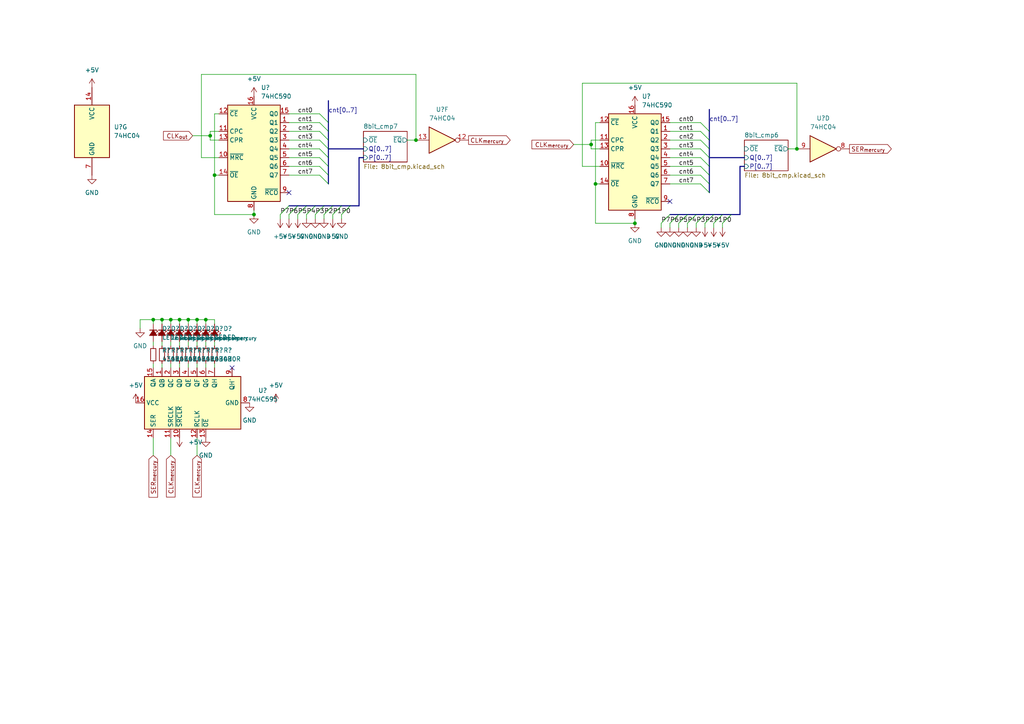
<source format=kicad_sch>
(kicad_sch (version 20230121) (generator eeschema)
  (paper "A4")
  (lib_symbols
    (symbol "74xx:74HC04"
      (property "Reference" "U" (at 0 1.27 0))
      (property "Value" "74HC04" (at 0 -1.27 0))
      (symbol "74HC04_1_0"
        (polyline (pts (xy -3.81 3.81) (xy -3.81 -3.81) (xy 3.81 0) (xy -3.81 3.81)) (stroke (width 0.254)) (fill (type background)))
        (pin input line (at -7.62 0 0) (length 3.81) (name "~") (number "1"))
        (pin output inverted (at 7.62 0 180) (length 3.81) (name "~") (number "2"))
      )
      (symbol "74HC04_2_0"
        (polyline (pts (xy -3.81 3.81) (xy -3.81 -3.81) (xy 3.81 0) (xy -3.81 3.81)) (stroke (width 0.254)) (fill (type background)))
        (pin input line (at -7.62 0 0) (length 3.81) (name "~") (number "3"))
        (pin output inverted (at 7.62 0 180) (length 3.81) (name "~") (number "4"))
      )
      (symbol "74HC04_3_0"
        (polyline (pts (xy -3.81 3.81) (xy -3.81 -3.81) (xy 3.81 0) (xy -3.81 3.81)) (stroke (width 0.254)) (fill (type background)))
        (pin input line (at -7.62 0 0) (length 3.81) (name "~") (number "5"))
        (pin output inverted (at 7.62 0 180) (length 3.81) (name "~") (number "6"))
      )
      (symbol "74HC04_4_0"
        (polyline (pts (xy -3.81 3.81) (xy -3.81 -3.81) (xy 3.81 0) (xy -3.81 3.81)) (stroke (width 0.254)) (fill (type background)))
        (pin output inverted (at 7.62 0 180) (length 3.81) (name "~") (number "8"))
        (pin input line (at -7.62 0 0) (length 3.81) (name "~") (number "9"))
      )
      (symbol "74HC04_5_0"
        (polyline (pts (xy -3.81 3.81) (xy -3.81 -3.81) (xy 3.81 0) (xy -3.81 3.81)) (stroke (width 0.254)) (fill (type background)))
        (pin output inverted (at 7.62 0 180) (length 3.81) (name "~") (number "10"))
        (pin input line (at -7.62 0 0) (length 3.81) (name "~") (number "11"))
      )
      (symbol "74HC04_6_0"
        (polyline (pts (xy -3.81 3.81) (xy -3.81 -3.81) (xy 3.81 0) (xy -3.81 3.81)) (stroke (width 0.254)) (fill (type background)))
        (pin output inverted (at 7.62 0 180) (length 3.81) (name "~") (number "12"))
        (pin input line (at -7.62 0 0) (length 3.81) (name "~") (number "13"))
      )
      (symbol "74HC04_7_0"
        (pin power_in line (at 0 12.7 270) (length 5.08) (name "VCC") (number "14"))
        (pin power_in line (at 0 -12.7 90) (length 5.08) (name "GND") (number "7"))
      )
      (symbol "74HC04_7_1"
        (rectangle (start -5.08 7.62) (end 5.08 -7.62) (stroke (width 0.254)) (fill (type background)))
      )
    )
    (symbol "74xx:74HC590"
      (property "Reference" "U" (at -7.62 16.51 0))
      (property "Value" "74HC590" (at -7.62 -13.97 0))
      (symbol "74HC590_1_0"
        (pin tri_state line (at 10.16 10.16 180) (length 2.54) (name "Q1") (number "1"))
        (pin input line (at -10.16 0 0) (length 2.54) (name "~{MRC}") (number "10"))
        (pin input line (at -10.16 7.62 0) (length 2.54) (name "CPC") (number "11"))
        (pin input line (at -10.16 12.7 0) (length 2.54) (name "~{CE}") (number "12"))
        (pin input line (at -10.16 5.08 0) (length 2.54) (name "CPR") (number "13"))
        (pin input line (at -10.16 -5.08 0) (length 2.54) (name "~{OE}") (number "14"))
        (pin tri_state line (at 10.16 12.7 180) (length 2.54) (name "Q0") (number "15"))
        (pin power_in line (at 0 17.78 270) (length 2.54) (name "VCC") (number "16"))
        (pin tri_state line (at 10.16 7.62 180) (length 2.54) (name "Q2") (number "2"))
        (pin tri_state line (at 10.16 5.08 180) (length 2.54) (name "Q3") (number "3"))
        (pin tri_state line (at 10.16 2.54 180) (length 2.54) (name "Q4") (number "4"))
        (pin tri_state line (at 10.16 0 180) (length 2.54) (name "Q5") (number "5"))
        (pin tri_state line (at 10.16 -2.54 180) (length 2.54) (name "Q6") (number "6"))
        (pin tri_state line (at 10.16 -5.08 180) (length 2.54) (name "Q7") (number "7"))
        (pin power_in line (at 0 -15.24 90) (length 2.54) (name "GND") (number "8"))
        (pin output line (at 10.16 -10.16 180) (length 2.54) (name "~{RCO}") (number "9"))
      )
      (symbol "74HC590_1_1"
        (rectangle (start -7.62 15.24) (end 7.62 -12.7) (stroke (width 0.254)) (fill (type background)))
      )
    )
    (symbol "74xx:74HC595"
      (property "Reference" "U" (at -7.62 13.97 0))
      (property "Value" "74HC595" (at -7.62 -16.51 0))
      (symbol "74HC595_1_0"
        (pin tri_state line (at 10.16 7.62 180) (length 2.54) (name "QB") (number "1"))
        (pin input line (at -10.16 2.54 0) (length 2.54) (name "~{SRCLR}") (number "10"))
        (pin input line (at -10.16 5.08 0) (length 2.54) (name "SRCLK") (number "11"))
        (pin input line (at -10.16 -2.54 0) (length 2.54) (name "RCLK") (number "12"))
        (pin input line (at -10.16 -5.08 0) (length 2.54) (name "~{OE}") (number "13"))
        (pin input line (at -10.16 10.16 0) (length 2.54) (name "SER") (number "14"))
        (pin tri_state line (at 10.16 10.16 180) (length 2.54) (name "QA") (number "15"))
        (pin power_in line (at 0 15.24 270) (length 2.54) (name "VCC") (number "16"))
        (pin tri_state line (at 10.16 5.08 180) (length 2.54) (name "QC") (number "2"))
        (pin tri_state line (at 10.16 2.54 180) (length 2.54) (name "QD") (number "3"))
        (pin tri_state line (at 10.16 0 180) (length 2.54) (name "QE") (number "4"))
        (pin tri_state line (at 10.16 -2.54 180) (length 2.54) (name "QF") (number "5"))
        (pin tri_state line (at 10.16 -5.08 180) (length 2.54) (name "QG") (number "6"))
        (pin tri_state line (at 10.16 -7.62 180) (length 2.54) (name "QH") (number "7"))
        (pin power_in line (at 0 -17.78 90) (length 2.54) (name "GND") (number "8"))
        (pin output line (at 10.16 -12.7 180) (length 2.54) (name "QH'") (number "9"))
      )
      (symbol "74HC595_1_1"
        (rectangle (start -7.62 12.7) (end 7.62 -15.24) (stroke (width 0.254)) (fill (type background)))
      )
    )
    (symbol "Device:LED_Small_Filled" (pin_numbers hide) (pin_names (offset 0.254) hide)
      (property "Reference" "D" (at -1.27 3.175 0))
      (property "Value" "LED_Small_Filled" (at -4.445 -2.54 0))
      (symbol "LED_Small_Filled_0_1"
        (polyline (pts (xy -0.762 -1.016) (xy -0.762 1.016)) (stroke (width 0.254)))
        (polyline (pts (xy 1.016 0) (xy -0.762 0)))
        (polyline (pts (xy 0.762 -1.016) (xy -0.762 0) (xy 0.762 1.016) (xy 0.762 -1.016)) (stroke (width 0.254)) (fill (type outline)))
        (polyline (pts (xy 0 0.762) (xy -0.508 1.27) (xy -0.254 1.27) (xy -0.508 1.27) (xy -0.508 1.016)))
        (polyline (pts (xy 0.508 1.27) (xy 0 1.778) (xy 0.254 1.778) (xy 0 1.778) (xy 0 1.524)))
      )
      (symbol "LED_Small_Filled_1_1"
        (pin passive line (at -2.54 0 0) (length 1.778) (name "K") (number "1"))
        (pin passive line (at 2.54 0 180) (length 1.778) (name "A") (number "2"))
      )
    )
    (symbol "Device:R_Small" (pin_numbers hide) (pin_names (offset 0.254) hide)
      (property "Reference" "R" (at 0.762 0.508 0))
      (property "Value" "R_Small" (at 0.762 -1.016 0))
      (symbol "R_Small_0_1"
        (rectangle (start -0.762 1.778) (end 0.762 -1.778) (stroke (width 0.2032)))
      )
      (symbol "R_Small_1_1"
        (pin passive line (at 0 2.54 270) (length 0.762) (name "~") (number "1"))
        (pin passive line (at 0 -2.54 90) (length 0.762) (name "~") (number "2"))
      )
    )
    (symbol "power:+5V" (power) (pin_names (offset 0))
      (property "Value" "+5V" (at 0 3.556 0))
      (symbol "+5V_0_1"
        (polyline (pts (xy -0.762 1.27) (xy 0 2.54)))
        (polyline (pts (xy 0 0) (xy 0 2.54)))
        (polyline (pts (xy 0 2.54) (xy 0.762 1.27)))
      )
      (symbol "+5V_1_1"
        (pin power_in line (at 0 0 90) (length 0) hide (name "+5V") (number "1"))
      )
    )
    (symbol "power:GND" (power) (pin_names (offset 0))
      (property "Value" "GND" (at 0 -3.81 0))
      (symbol "GND_0_1"
        (polyline (pts (xy 0 0) (xy 0 -1.27) (xy 1.27 -1.27) (xy 0 -2.54) (xy -1.27 -1.27) (xy 0 -1.27)))
      )
      (symbol "GND_1_1"
        (pin power_in line (at 0 0 270) (length 0) hide (name "GND") (number "1"))
      )
    )
  )
  (junction (at 49.53 92.71))
  (junction (at 59.69 92.71))
  (junction (at 120.65 40.64))
  (junction (at 60.96 39.37))
  (junction (at 172.72 53.34))
  (junction (at 52.07 92.71))
  (junction (at 46.99 92.71))
  (junction (at 44.45 92.71))
  (junction (at 231.14 43.18))
  (junction (at 62.23 50.8))
  (junction (at 54.61 92.71))
  (junction (at 171.45 41.91))
  (junction (at 57.15 92.71))
  (junction (at 184.15 64.77))
  (junction (at 73.66 62.23))
  (no_connect (at 67.31 106.68))
  (no_connect (at 83.82 55.88))
  (no_connect (at 194.31 58.42))
  (bus_entry (at 199.39 62.23) (size -2.54 2.54))
  (bus_entry (at 204.47 62.23) (size -2.54 2.54))
  (bus_entry (at 203.2 45.72) (size 2.54 2.54))
  (bus_entry (at 96.52 59.69) (size -2.54 2.54))
  (bus_entry (at 201.93 62.23) (size -2.54 2.54))
  (bus_entry (at 92.71 35.56) (size 2.54 2.54))
  (bus_entry (at 93.98 59.69) (size -2.54 2.54))
  (bus_entry (at 209.55 62.23) (size -2.54 2.54))
  (bus_entry (at 203.2 35.56) (size 2.54 2.54))
  (bus_entry (at 91.44 59.69) (size -2.54 2.54))
  (bus_entry (at 92.71 40.64) (size 2.54 2.54))
  (bus_entry (at 92.71 43.18) (size 2.54 2.54))
  (bus_entry (at 99.06 59.69) (size -2.54 2.54))
  (bus_entry (at 101.6 59.69) (size -2.54 2.54))
  (bus_entry (at 194.31 62.23) (size -2.54 2.54))
  (bus_entry (at 86.36 59.69) (size -2.54 2.54))
  (bus_entry (at 203.2 53.34) (size 2.54 2.54))
  (bus_entry (at 207.01 62.23) (size -2.54 2.54))
  (bus_entry (at 92.71 50.8) (size 2.54 2.54))
  (bus_entry (at 88.9 59.69) (size -2.54 2.54))
  (bus_entry (at 92.71 33.02) (size 2.54 2.54))
  (bus_entry (at 196.85 62.23) (size -2.54 2.54))
  (bus_entry (at 83.82 59.69) (size -2.54 2.54))
  (bus_entry (at 203.2 40.64) (size 2.54 2.54))
  (bus_entry (at 92.71 38.1) (size 2.54 2.54))
  (bus_entry (at 92.71 48.26) (size 2.54 2.54))
  (bus_entry (at 203.2 48.26) (size 2.54 2.54))
  (bus_entry (at 212.09 62.23) (size -2.54 2.54))
  (bus_entry (at 203.2 43.18) (size 2.54 2.54))
  (bus_entry (at 203.2 38.1) (size 2.54 2.54))
  (bus_entry (at 92.71 45.72) (size 2.54 2.54))
  (bus_entry (at 203.2 50.8) (size 2.54 2.54))
  (wire (pts (xy 83.82 40.64) (xy 92.71 40.64)))
  (wire (pts (xy 44.45 105.41) (xy 44.45 106.68)))
  (wire (pts (xy 83.82 35.56) (xy 92.71 35.56)))
  (wire (pts (xy 52.07 92.71) (xy 52.07 93.98)))
  (wire (pts (xy 83.82 62.23) (xy 83.82 63.5)))
  (wire (pts (xy 231.14 24.13) (xy 168.91 24.13)))
  (wire (pts (xy 60.96 39.37) (xy 60.96 38.1)))
  (wire (pts (xy 54.61 92.71) (xy 57.15 92.71)))
  (wire (pts (xy 171.45 43.18) (xy 171.45 41.91)))
  (wire (pts (xy 194.31 35.56) (xy 203.2 35.56)))
  (wire (pts (xy 62.23 62.23) (xy 62.23 50.8)))
  (wire (pts (xy 166.37 41.91) (xy 171.45 41.91)))
  (wire (pts (xy 99.06 62.23) (xy 99.06 63.5)))
  (wire (pts (xy 81.28 62.23) (xy 81.28 63.5)))
  (wire (pts (xy 49.53 99.06) (xy 49.53 100.33)))
  (wire (pts (xy 52.07 92.71) (xy 54.61 92.71)))
  (wire (pts (xy 171.45 41.91) (xy 171.45 40.64)))
  (wire (pts (xy 184.15 63.5) (xy 184.15 64.77)))
  (wire (pts (xy 168.91 48.26) (xy 173.99 48.26)))
  (wire (pts (xy 44.45 92.71) (xy 46.99 92.71)))
  (wire (pts (xy 207.01 64.77) (xy 207.01 66.04)))
  (bus (pts (xy 205.74 43.18) (xy 205.74 45.72)))
  (wire (pts (xy 194.31 38.1) (xy 203.2 38.1)))
  (wire (pts (xy 57.15 92.71) (xy 59.69 92.71)))
  (wire (pts (xy 62.23 33.02) (xy 63.5 33.02)))
  (wire (pts (xy 40.64 92.71) (xy 44.45 92.71)))
  (bus (pts (xy 194.31 62.23) (xy 196.85 62.23)))
  (wire (pts (xy 46.99 105.41) (xy 46.99 106.68)))
  (bus (pts (xy 214.63 62.23) (xy 214.63 48.26)))
  (wire (pts (xy 49.53 127) (xy 49.53 132.08)))
  (bus (pts (xy 209.55 62.23) (xy 212.09 62.23)))
  (bus (pts (xy 83.82 59.69) (xy 86.36 59.69)))
  (wire (pts (xy 62.23 50.8) (xy 62.23 33.02)))
  (wire (pts (xy 194.31 48.26) (xy 203.2 48.26)))
  (wire (pts (xy 62.23 92.71) (xy 62.23 93.98)))
  (wire (pts (xy 194.31 53.34) (xy 203.2 53.34)))
  (bus (pts (xy 93.98 59.69) (xy 96.52 59.69)))
  (wire (pts (xy 201.93 64.77) (xy 201.93 66.04)))
  (wire (pts (xy 59.69 105.41) (xy 59.69 106.68)))
  (bus (pts (xy 205.74 40.64) (xy 205.74 43.18)))
  (bus (pts (xy 95.25 45.72) (xy 95.25 48.26)))
  (bus (pts (xy 95.25 40.64) (xy 95.25 43.18)))
  (wire (pts (xy 62.23 50.8) (xy 63.5 50.8)))
  (wire (pts (xy 73.66 62.23) (xy 62.23 62.23)))
  (wire (pts (xy 196.85 64.77) (xy 196.85 66.04)))
  (wire (pts (xy 57.15 99.06) (xy 57.15 100.33)))
  (bus (pts (xy 196.85 62.23) (xy 199.39 62.23)))
  (bus (pts (xy 201.93 62.23) (xy 204.47 62.23)))
  (wire (pts (xy 172.72 53.34) (xy 172.72 35.56)))
  (wire (pts (xy 231.14 43.18) (xy 231.14 24.13)))
  (wire (pts (xy 46.99 92.71) (xy 49.53 92.71)))
  (bus (pts (xy 95.25 35.56) (xy 95.25 38.1)))
  (bus (pts (xy 205.74 45.72) (xy 215.9 45.72)))
  (wire (pts (xy 172.72 53.34) (xy 173.99 53.34)))
  (wire (pts (xy 57.15 92.71) (xy 57.15 93.98)))
  (wire (pts (xy 58.42 21.59) (xy 58.42 45.72)))
  (wire (pts (xy 83.82 43.18) (xy 92.71 43.18)))
  (bus (pts (xy 205.74 45.72) (xy 205.74 48.26)))
  (wire (pts (xy 118.11 40.64) (xy 120.65 40.64)))
  (wire (pts (xy 120.65 40.64) (xy 120.65 21.59)))
  (bus (pts (xy 212.09 62.23) (xy 214.63 62.23)))
  (wire (pts (xy 93.98 62.23) (xy 93.98 63.5)))
  (wire (pts (xy 168.91 24.13) (xy 168.91 48.26)))
  (bus (pts (xy 205.74 31.75) (xy 205.74 38.1)))
  (bus (pts (xy 205.74 48.26) (xy 205.74 50.8)))
  (bus (pts (xy 104.14 59.69) (xy 104.14 45.72)))
  (bus (pts (xy 207.01 62.23) (xy 209.55 62.23)))
  (wire (pts (xy 194.31 43.18) (xy 203.2 43.18)))
  (wire (pts (xy 44.45 99.06) (xy 44.45 100.33)))
  (wire (pts (xy 54.61 92.71) (xy 54.61 93.98)))
  (wire (pts (xy 57.15 127) (xy 57.15 132.08)))
  (wire (pts (xy 46.99 92.71) (xy 46.99 93.98)))
  (bus (pts (xy 204.47 62.23) (xy 207.01 62.23)))
  (wire (pts (xy 46.99 99.06) (xy 46.99 100.33)))
  (wire (pts (xy 209.55 64.77) (xy 209.55 66.04)))
  (wire (pts (xy 59.69 99.06) (xy 59.69 100.33)))
  (wire (pts (xy 184.15 64.77) (xy 172.72 64.77)))
  (bus (pts (xy 205.74 50.8) (xy 205.74 53.34)))
  (bus (pts (xy 95.25 38.1) (xy 95.25 40.64)))
  (wire (pts (xy 91.44 62.23) (xy 91.44 63.5)))
  (wire (pts (xy 96.52 62.23) (xy 96.52 63.5)))
  (wire (pts (xy 60.96 38.1) (xy 63.5 38.1)))
  (wire (pts (xy 171.45 40.64) (xy 173.99 40.64)))
  (wire (pts (xy 173.99 43.18) (xy 171.45 43.18)))
  (wire (pts (xy 172.72 64.77) (xy 172.72 53.34)))
  (wire (pts (xy 83.82 48.26) (xy 92.71 48.26)))
  (wire (pts (xy 58.42 45.72) (xy 63.5 45.72)))
  (wire (pts (xy 54.61 99.06) (xy 54.61 100.33)))
  (wire (pts (xy 54.61 105.41) (xy 54.61 106.68)))
  (wire (pts (xy 59.69 92.71) (xy 62.23 92.71)))
  (wire (pts (xy 83.82 45.72) (xy 92.71 45.72)))
  (wire (pts (xy 228.6 43.18) (xy 231.14 43.18)))
  (bus (pts (xy 205.74 53.34) (xy 205.74 55.88)))
  (wire (pts (xy 83.82 38.1) (xy 92.71 38.1)))
  (wire (pts (xy 49.53 105.41) (xy 49.53 106.68)))
  (bus (pts (xy 91.44 59.69) (xy 93.98 59.69)))
  (bus (pts (xy 214.63 48.26) (xy 215.9 48.26)))
  (bus (pts (xy 101.6 59.69) (xy 104.14 59.69)))
  (wire (pts (xy 63.5 40.64) (xy 60.96 40.64)))
  (wire (pts (xy 194.31 64.77) (xy 194.31 66.04)))
  (wire (pts (xy 44.45 132.08) (xy 44.45 127)))
  (bus (pts (xy 88.9 59.69) (xy 91.44 59.69)))
  (bus (pts (xy 95.25 29.21) (xy 95.25 35.56)))
  (bus (pts (xy 86.36 59.69) (xy 88.9 59.69)))
  (wire (pts (xy 62.23 105.41) (xy 62.23 106.68)))
  (wire (pts (xy 40.64 92.71) (xy 40.64 95.25)))
  (bus (pts (xy 95.25 43.18) (xy 105.41 43.18)))
  (wire (pts (xy 83.82 50.8) (xy 92.71 50.8)))
  (wire (pts (xy 194.31 50.8) (xy 203.2 50.8)))
  (wire (pts (xy 52.07 99.06) (xy 52.07 100.33)))
  (wire (pts (xy 49.53 92.71) (xy 52.07 92.71)))
  (bus (pts (xy 95.25 50.8) (xy 95.25 53.34)))
  (wire (pts (xy 60.96 40.64) (xy 60.96 39.37)))
  (wire (pts (xy 194.31 45.72) (xy 203.2 45.72)))
  (wire (pts (xy 59.69 92.71) (xy 59.69 93.98)))
  (wire (pts (xy 191.77 64.77) (xy 191.77 66.04)))
  (bus (pts (xy 95.25 48.26) (xy 95.25 50.8)))
  (bus (pts (xy 199.39 62.23) (xy 201.93 62.23)))
  (bus (pts (xy 104.14 45.72) (xy 105.41 45.72)))
  (wire (pts (xy 62.23 99.06) (xy 62.23 100.33)))
  (bus (pts (xy 99.06 59.69) (xy 101.6 59.69)))
  (bus (pts (xy 96.52 59.69) (xy 99.06 59.69)))
  (wire (pts (xy 44.45 92.71) (xy 44.45 93.98)))
  (wire (pts (xy 204.47 64.77) (xy 204.47 66.04)))
  (bus (pts (xy 95.25 43.18) (xy 95.25 45.72)))
  (bus (pts (xy 205.74 38.1) (xy 205.74 40.64)))
  (wire (pts (xy 172.72 35.56) (xy 173.99 35.56)))
  (wire (pts (xy 194.31 40.64) (xy 203.2 40.64)))
  (wire (pts (xy 57.15 105.41) (xy 57.15 106.68)))
  (wire (pts (xy 83.82 33.02) (xy 92.71 33.02)))
  (wire (pts (xy 120.65 21.59) (xy 58.42 21.59)))
  (wire (pts (xy 199.39 64.77) (xy 199.39 66.04)))
  (wire (pts (xy 73.66 60.96) (xy 73.66 62.23)))
  (wire (pts (xy 55.88 39.37) (xy 60.96 39.37)))
  (wire (pts (xy 88.9 62.23) (xy 88.9 63.5)))
  (wire (pts (xy 86.36 62.23) (xy 86.36 63.5)))
  (wire (pts (xy 49.53 92.71) (xy 49.53 93.98)))
  (wire (pts (xy 52.07 105.41) (xy 52.07 106.68)))
  (label "P4" (at 88.9 62.23 0))
  (label "cnt7" (at 196.85 53.34 0))
  (label "cnt[0..7]" (at 95.25 33.02 0))
  (label "cnt4" (at 86.36 43.18 0))
  (label "cnt1" (at 86.36 35.56 0))
  (label "cnt[0..7]" (at 205.74 35.56 0))
  (label "P6" (at 83.82 62.23 0))
  (label "P0" (at 99.06 62.23 0))
  (label "P0" (at 209.55 64.77 0))
  (label "cnt0" (at 196.85 35.56 0))
  (label "cnt7" (at 86.36 50.8 0))
  (label "P3" (at 201.93 64.77 0))
  (label "cnt6" (at 86.36 48.26 0))
  (label "cnt1" (at 196.85 38.1 0))
  (label "P2" (at 93.98 62.23 0))
  (label "P5" (at 196.85 64.77 0))
  (label "P2" (at 204.47 64.77 0))
  (label "cnt2" (at 86.4114 38.1 0))
  (label "P7" (at 191.77 64.77 0))
  (label "cnt2" (at 196.9014 40.64 0))
  (label "cnt0" (at 86.36 33.02 0))
  (label "cnt5" (at 86.36 45.72 0))
  (label "cnt3" (at 86.36 40.64 0))
  (label "P1" (at 207.01 64.77 0))
  (label "cnt4" (at 196.85 45.72 0))
  (label "cnt5" (at 196.85 48.26 0))
  (label "P6" (at 194.31 64.77 0))
  (label "P4" (at 199.39 64.77 0))
  (label "P3" (at 91.44 62.23 0))
  (label "cnt6" (at 196.85 50.8 0))
  (label "P7" (at 81.28 62.23 0))
  (label "P5" (at 86.36 62.23 0))
  (label "P1" (at 96.52 62.23 0))
  (label "cnt3" (at 196.85 43.18 0))
  (global_label "CLK_{mercury}" (shape input) (at 166.37 41.91 180) (property "Intersheetrefs" "${INTERSHEET_REFS}" (effects hide)))
  (global_label "CLK_{out}" (shape input) (at 55.88 39.37 180) (property "Intersheetrefs" "${INTERSHEET_REFS}" (effects hide)))
  (global_label "CLK_{mercury}" (shape output) (at 135.89 40.64 0) (property "Intersheetrefs" "${INTERSHEET_REFS}" (effects hide)))
  (global_label "SER_{mercury}" (shape input) (at 44.45 132.08 270) (property "Intersheetrefs" "${INTERSHEET_REFS}" (effects hide)))
  (global_label "CLK_{mercury}" (shape input) (at 57.15 132.08 270) (property "Intersheetrefs" "${INTERSHEET_REFS}" (effects hide)))
  (global_label "SER_{mercury}" (shape output) (at 246.38 43.18 0) (property "Intersheetrefs" "${INTERSHEET_REFS}" (effects hide)))
  (global_label "CLK_{mercury}" (shape input) (at 49.53 132.08 270) (property "Intersheetrefs" "${INTERSHEET_REFS}" (effects hide)))
  (symbol (lib_id "74xx:74HC04") (at 238.76 43.18 0) (unit 4)
    (property "Reference" "U?" (at 238.76 34.29 0))
    (property "Value" "74HC04" (at 238.76 36.83 0))
    (property "Datasheet" "https://assets.nexperia.com/documents/data-sheet/74HC_HCT04.pdf" (effects hide))
    (instances (project "orrery_circuit" (path "" (reference "U?") (unit 4)) (path "" (reference "U8") (unit 4))))
  )
  (symbol (lib_id "Device:R_Small") (at 52.07 102.87 0) (unit 1)
    (property "Reference" "R?" (at 54.61 101.5999 0) (effects (justify left)))
    (property "Value" "430R" (at 54.61 104.1399 0) (effects (justify left)))
    (instances (project "orrery_circuit" (path "" (reference "R?") (unit 1)) (path "" (reference "R10") (unit 1))))
  )
  (symbol (lib_id "power:GND") (at 91.44 63.5 0) (unit 1)
    (property "Reference" "#PWR?" (effects hide))
    (property "Value" "GND" (at 91.44 68.58 0))
    (instances (project "orrery_circuit" (path "" (reference "#PWR?") (unit 1)) (path "" (reference "#PWR044") (unit 1))))
  )
  (symbol (lib_id "power:+5V") (at 184.15 30.48 0) (unit 1)
    (property "Reference" "#PWR?" (effects hide))
    (property "Value" "+5V" (at 184.15 25.4 0))
    (instances (project "orrery_circuit" (path "" (reference "#PWR?") (unit 1)) (path "" (reference "#PWR051") (unit 1))))
  )
  (symbol (lib_id "Device:R_Small") (at 62.23 102.87 0) (unit 1)
    (property "Reference" "R?" (at 64.77 101.5999 0) (effects (justify left)))
    (property "Value" "430R" (at 64.77 104.1399 0) (effects (justify left)))
    (instances (project "orrery_circuit" (path "" (reference "R?") (unit 1)) (path "" (reference "R14") (unit 1))))
  )
  (symbol (lib_id "Device:R_Small") (at 57.15 102.87 0) (unit 1)
    (property "Reference" "R?" (at 59.69 101.5999 0) (effects (justify left)))
    (property "Value" "430R" (at 59.69 104.1399 0) (effects (justify left)))
    (instances (project "orrery_circuit" (path "" (reference "R?") (unit 1)) (path "" (reference "R12") (unit 1))))
  )
  (symbol (lib_id "Device:LED_Small_Filled") (at 46.99 96.52 270) (unit 1)
    (property "Reference" "D?" (at 49.53 95.3134 90) (effects (justify left)))
    (property "Value" "LED_{mercury}" (at 49.53 97.8534 90) (effects (justify left)))
    (instances (project "orrery_circuit" (path "" (reference "D?") (unit 1)) (path "" (reference "D86") (unit 1))))
  )
  (symbol (lib_id "Device:LED_Small_Filled") (at 57.15 96.52 270) (unit 1)
    (property "Reference" "D?" (at 59.69 95.3134 90) (effects (justify left)))
    (property "Value" "LED_{mercury}" (at 59.69 97.8534 90) (effects (justify left)))
    (instances (project "orrery_circuit" (path "" (reference "D?") (unit 1)) (path "" (reference "D90") (unit 1))))
  )
  (symbol (lib_id "Device:LED_Small_Filled") (at 49.53 96.52 270) (unit 1)
    (property "Reference" "D?" (at 52.07 95.3134 90) (effects (justify left)))
    (property "Value" "LED_{mercury}" (at 52.07 97.8534 90) (effects (justify left)))
    (instances (project "orrery_circuit" (path "" (reference "D?") (unit 1)) (path "" (reference "D87") (unit 1))))
  )
  (symbol (lib_id "power:+5V") (at 96.52 63.5 180) (unit 1)
    (property "Reference" "#PWR?" (effects hide))
    (property "Value" "+5V" (at 96.52 68.58 0))
    (instances (project "orrery_circuit" (path "" (reference "#PWR?") (unit 1)) (path "" (reference "#PWR049") (unit 1))))
  )
  (symbol (lib_id "Device:R_Small") (at 46.99 102.87 0) (unit 1)
    (property "Reference" "R?" (at 49.53 101.5999 0) (effects (justify left)))
    (property "Value" "430R" (at 49.53 104.1399 0) (effects (justify left)))
    (instances (project "orrery_circuit" (path "" (reference "R?") (unit 1)) (path "" (reference "R8") (unit 1))))
  )
  (symbol (lib_id "power:+5V") (at 39.37 116.84 0) (unit 1)
    (property "Reference" "#PWR?" (effects hide))
    (property "Value" "+5V" (at 39.37 111.76 0))
    (instances (project "orrery_circuit" (path "" (reference "#PWR?") (unit 1)) (path "" (reference "#PWR021") (unit 1))))
  )
  (symbol (lib_id "power:+5V") (at 86.36 63.5 180) (unit 1)
    (property "Reference" "#PWR?" (effects hide))
    (property "Value" "+5V" (at 86.36 68.58 0))
    (instances (project "orrery_circuit" (path "" (reference "#PWR?") (unit 1)) (path "" (reference "#PWR035") (unit 1))))
  )
  (symbol (lib_id "power:+5V") (at 52.07 127 180) (unit 1)
    (property "Reference" "#PWR?" (effects hide))
    (property "Value" "+5V" (at 54.61 128.2699 0) (effects (justify right)))
    (instances (project "orrery_circuit" (path "" (reference "#PWR?") (unit 1)) (path "" (reference "#PWR023") (unit 1))))
  )
  (symbol (lib_id "power:GND") (at 199.39 66.04 0) (unit 1)
    (property "Reference" "#PWR?" (effects hide))
    (property "Value" "GND" (at 199.39 71.12 0))
    (instances (project "orrery_circuit" (path "" (reference "#PWR?") (unit 1)) (path "" (reference "#PWR058") (unit 1))))
  )
  (symbol (lib_id "74xx:74HC04") (at 128.27 40.64 0) (unit 6)
    (property "Reference" "U?" (at 128.27 31.75 0))
    (property "Value" "74HC04" (at 128.27 34.29 0))
    (property "Datasheet" "https://assets.nexperia.com/documents/data-sheet/74HC_HCT04.pdf" (effects hide))
    (instances (project "orrery_circuit" (path "" (reference "U?") (unit 6)) (path "" (reference "U8") (unit 6))))
  )
  (symbol (lib_id "Device:R_Small") (at 49.53 102.87 0) (unit 1)
    (property "Reference" "R?" (at 52.07 101.5999 0) (effects (justify left)))
    (property "Value" "430R" (at 52.07 104.1399 0) (effects (justify left)))
    (instances (project "orrery_circuit" (path "" (reference "R?") (unit 1)) (path "" (reference "R9") (unit 1))))
  )
  (symbol (lib_id "power:GND") (at 72.39 116.84 0) (unit 1)
    (property "Reference" "#PWR?" (effects hide))
    (property "Value" "GND" (at 72.39 121.92 0))
    (instances (project "orrery_circuit" (path "" (reference "#PWR?") (unit 1)) (path "" (reference "#PWR025") (unit 1))))
  )
  (symbol (lib_id "power:GND") (at 99.06 63.5 0) (unit 1)
    (property "Reference" "#PWR?" (effects hide))
    (property "Value" "GND" (at 99.06 68.58 0))
    (instances (project "orrery_circuit" (path "" (reference "#PWR?") (unit 1)) (path "" (reference "#PWR050") (unit 1))))
  )
  (symbol (lib_id "power:GND") (at 88.9 63.5 0) (unit 1)
    (property "Reference" "#PWR?" (effects hide))
    (property "Value" "GND" (at 88.9 68.58 0))
    (instances (project "orrery_circuit" (path "" (reference "#PWR?") (unit 1)) (path "" (reference "#PWR040") (unit 1))))
  )
  (symbol (lib_id "power:+5V") (at 73.66 27.94 0) (unit 1)
    (property "Reference" "#PWR?" (effects hide))
    (property "Value" "+5V" (at 73.66 22.86 0))
    (instances (project "orrery_circuit" (path "" (reference "#PWR?") (unit 1)) (path "" (reference "#PWR026") (unit 1))))
  )
  (symbol (lib_id "power:GND") (at 40.64 95.25 0) (unit 1)
    (property "Reference" "#PWR?" (effects hide))
    (property "Value" "GND" (at 40.64 100.33 0))
    (instances (project "orrery_circuit" (path "" (reference "#PWR?") (unit 1)) (path "" (reference "#PWR022") (unit 1))))
  )
  (symbol (lib_id "Device:LED_Small_Filled") (at 52.07 96.52 270) (unit 1)
    (property "Reference" "D?" (at 54.61 95.3134 90) (effects (justify left)))
    (property "Value" "LED_{mercury}" (at 54.61 97.8534 90) (effects (justify left)))
    (instances (project "orrery_circuit" (path "" (reference "D?") (unit 1)) (path "" (reference "D88") (unit 1))))
  )
  (symbol (lib_id "Device:LED_Small_Filled") (at 62.23 96.52 270) (unit 1)
    (property "Reference" "D?" (at 64.77 95.3134 90) (effects (justify left)))
    (property "Value" "LED_{mercury}" (at 64.77 97.8534 90) (effects (justify left)))
    (instances (project "orrery_circuit" (path "" (reference "D?") (unit 1)) (path "" (reference "D92") (unit 1))))
  )
  (symbol (lib_id "Device:R_Small") (at 44.45 102.87 0) (unit 1)
    (property "Reference" "R?" (at 46.99 101.5999 0) (effects (justify left)))
    (property "Value" "430R" (at 46.99 104.1399 0) (effects (justify left)))
    (instances (project "orrery_circuit" (path "" (reference "R?") (unit 1)) (path "" (reference "R7") (unit 1))))
  )
  (symbol (lib_id "power:+5V") (at 83.82 63.5 180) (unit 1)
    (property "Reference" "#PWR?" (effects hide))
    (property "Value" "+5V" (at 83.82 68.58 0))
    (instances (project "orrery_circuit" (path "" (reference "#PWR?") (unit 1)) (path "" (reference "#PWR034") (unit 1))))
  )
  (symbol (lib_id "power:GND") (at 201.93 66.04 0) (unit 1)
    (property "Reference" "#PWR?" (effects hide))
    (property "Value" "GND" (at 201.93 71.12 0))
    (instances (project "orrery_circuit" (path "" (reference "#PWR?") (unit 1)) (path "" (reference "#PWR059") (unit 1))))
  )
  (symbol (lib_id "power:GND") (at 184.15 64.77 0) (unit 1)
    (property "Reference" "#PWR?" (effects hide))
    (property "Value" "GND" (at 184.15 69.85 0))
    (instances (project "orrery_circuit" (path "" (reference "#PWR?") (unit 1)) (path "" (reference "#PWR054") (unit 1))))
  )
  (symbol (lib_id "power:+5V") (at 81.28 63.5 180) (unit 1)
    (property "Reference" "#PWR?" (effects hide))
    (property "Value" "+5V" (at 81.28 68.58 0))
    (instances (project "orrery_circuit" (path "" (reference "#PWR?") (unit 1)) (path "" (reference "#PWR033") (unit 1))))
  )
  (symbol (lib_id "power:GND") (at 93.98 63.5 0) (unit 1)
    (property "Reference" "#PWR?" (effects hide))
    (property "Value" "GND" (at 93.98 68.58 0))
    (instances (project "orrery_circuit" (path "" (reference "#PWR?") (unit 1)) (path "" (reference "#PWR045") (unit 1))))
  )
  (symbol (lib_id "power:GND") (at 191.77 66.04 0) (unit 1)
    (property "Reference" "#PWR?" (effects hide))
    (property "Value" "GND" (at 191.77 71.12 0))
    (instances (project "orrery_circuit" (path "" (reference "#PWR?") (unit 1)) (path "" (reference "#PWR055") (unit 1))))
  )
  (symbol (lib_id "power:GND") (at 73.66 62.23 0) (unit 1)
    (property "Reference" "#PWR?" (effects hide))
    (property "Value" "GND" (at 73.66 67.31 0))
    (instances (project "orrery_circuit" (path "" (reference "#PWR?") (unit 1)) (path "" (reference "#PWR031") (unit 1))))
  )
  (symbol (lib_id "power:+5V") (at 209.55 66.04 180) (unit 1)
    (property "Reference" "#PWR?" (effects hide))
    (property "Value" "+5V" (at 209.55 71.12 0))
    (instances (project "orrery_circuit" (path "" (reference "#PWR?") (unit 1)) (path "" (reference "#PWR062") (unit 1))))
  )
  (symbol (lib_id "74xx:74HC590") (at 184.15 48.26 0) (unit 1)
    (property "Reference" "U?" (at 186.1694 27.94 0) (effects (justify left)))
    (property "Value" "74HC590" (at 186.1694 30.48 0) (effects (justify left)))
    (property "Datasheet" "https://assets.nexperia.com/documents/data-sheet/74HC590.pdf" (effects hide))
    (instances (project "orrery_circuit" (path "" (reference "U?") (unit 1)) (path "" (reference "U13") (unit 1))))
  )
  (symbol (lib_id "74xx:74HC590") (at 73.66 45.72 0) (unit 1)
    (property "Reference" "U?" (at 75.6794 25.4 0) (effects (justify left)))
    (property "Value" "74HC590" (at 75.6794 27.94 0) (effects (justify left)))
    (property "Datasheet" "https://assets.nexperia.com/documents/data-sheet/74HC590.pdf" (effects hide))
    (instances (project "orrery_circuit" (path "" (reference "U?") (unit 1)) (path "" (reference "U12") (unit 1))))
  )
  (symbol (lib_id "power:GND") (at 196.85 66.04 0) (unit 1)
    (property "Reference" "#PWR?" (effects hide))
    (property "Value" "GND" (at 196.85 71.12 0))
    (instances (project "orrery_circuit" (path "" (reference "#PWR?") (unit 1)) (path "" (reference "#PWR057") (unit 1))))
  )
  (symbol (lib_id "74xx:74HC04") (at 26.67 38.1 0) (unit 7)
    (property "Reference" "U?" (at 33.02 36.8299 0) (effects (justify left)))
    (property "Value" "74HC04" (at 33.02 39.3699 0) (effects (justify left)))
    (property "Datasheet" "https://assets.nexperia.com/documents/data-sheet/74HC_HCT04.pdf" (effects hide))
    (instances (project "orrery_circuit" (path "" (reference "U?") (unit 7)) (path "" (reference "U8") (unit 7))))
  )
  (symbol (lib_id "Device:LED_Small_Filled") (at 59.69 96.52 270) (unit 1)
    (property "Reference" "D?" (at 62.23 95.3134 90) (effects (justify left)))
    (property "Value" "LED_{mercury}" (at 62.23 97.8534 90) (effects (justify left)))
    (instances (project "orrery_circuit" (path "" (reference "D?") (unit 1)) (path "" (reference "D91") (unit 1))))
  )
  (symbol (lib_id "power:GND") (at 59.69 127 0) (unit 1)
    (property "Reference" "#PWR?" (effects hide))
    (property "Value" "GND" (at 59.69 132.08 0))
    (instances (project "orrery_circuit" (path "" (reference "#PWR?") (unit 1)) (path "" (reference "#PWR024") (unit 1))))
  )
  (symbol (lib_id "74xx:74HC595") (at 54.61 116.84 90) (unit 1)
    (property "Reference" "U?" (at 76.2 113.2586 90))
    (property "Value" "74HC595" (at 76.2 115.7986 90))
    (property "Datasheet" "http://www.ti.com/lit/ds/symlink/sn74hc595.pdf" (effects hide))
    (instances (project "orrery_circuit" (path "" (reference "U?") (unit 1)) (path "" (reference "U10") (unit 1))))
  )
  (symbol (lib_id "Device:R_Small") (at 54.61 102.87 0) (unit 1)
    (property "Reference" "R?" (at 57.15 101.5999 0) (effects (justify left)))
    (property "Value" "430R" (at 57.15 104.1399 0) (effects (justify left)))
    (instances (project "orrery_circuit" (path "" (reference "R?") (unit 1)) (path "" (reference "R11") (unit 1))))
  )
  (symbol (lib_id "power:GND") (at 26.67 50.8 0) (unit 1)
    (property "Reference" "#PWR?" (effects hide))
    (property "Value" "GND" (at 26.67 55.88 0))
    (instances (project "orrery_circuit" (path "" (reference "#PWR?") (unit 1)) (path "" (reference "#PWR017") (unit 1))))
  )
  (symbol (lib_id "Device:LED_Small_Filled") (at 44.45 96.52 270) (unit 1)
    (property "Reference" "D?" (at 46.99 95.3134 90) (effects (justify left)))
    (property "Value" "LED_{mercury}" (at 46.99 97.8534 90) (effects (justify left)))
    (instances (project "orrery_circuit" (path "" (reference "D?") (unit 1)) (path "" (reference "D85") (unit 1))))
  )
  (symbol (lib_id "Device:R_Small") (at 59.69 102.87 0) (unit 1)
    (property "Reference" "R?" (at 62.23 101.5999 0) (effects (justify left)))
    (property "Value" "430R" (at 62.23 104.1399 0) (effects (justify left)))
    (instances (project "orrery_circuit" (path "" (reference "R?") (unit 1)) (path "" (reference "R13") (unit 1))))
  )
  (symbol (lib_id "power:+5V") (at 204.47 66.04 180) (unit 1)
    (property "Reference" "#PWR?" (effects hide))
    (property "Value" "+5V" (at 204.47 71.12 0))
    (instances (project "orrery_circuit" (path "" (reference "#PWR?") (unit 1)) (path "" (reference "#PWR060") (unit 1))))
  )
  (symbol (lib_id "power:+5V") (at 207.01 66.04 180) (unit 1)
    (property "Reference" "#PWR?" (effects hide))
    (property "Value" "+5V" (at 207.01 71.12 0))
    (instances (project "orrery_circuit" (path "" (reference "#PWR?") (unit 1)) (path "" (reference "#PWR061") (unit 1))))
  )
  (symbol (lib_id "power:GND") (at 194.31 66.04 0) (unit 1)
    (property "Reference" "#PWR?" (effects hide))
    (property "Value" "GND" (at 194.31 71.12 0))
    (instances (project "orrery_circuit" (path "" (reference "#PWR?") (unit 1)) (path "" (reference "#PWR056") (unit 1))))
  )
  (symbol (lib_id "power:+5V") (at 26.67 25.4 0) (unit 1)
    (property "Reference" "#PWR?" (effects hide))
    (property "Value" "+5V" (at 26.67 20.32 0))
    (instances (project "orrery_circuit" (path "" (reference "#PWR?") (unit 1)) (path "" (reference "#PWR012") (unit 1))))
  )
  (symbol (lib_id "power:+5V") (at 80.01 116.84 0) (unit 1)
    (property "Reference" "#PWR?" (effects hide))
    (property "Value" "+5V" (at 80.01 111.76 0))
    (instances (project "orrery_circuit" (path "" (reference "#PWR?") (unit 1)) (path "" (reference "#PWR032") (unit 1))))
  )
  (symbol (lib_id "Device:LED_Small_Filled") (at 54.61 96.52 270) (unit 1)
    (property "Reference" "D?" (at 57.15 95.3134 90) (effects (justify left)))
    (property "Value" "LED_{mercury}" (at 57.15 97.8534 90) (effects (justify left)))
    (instances (project "orrery_circuit" (path "" (reference "D?") (unit 1)) (path "" (reference "D89") (unit 1))))
  )
  (sheet (at 105.41 38.1) (size 12.7 8.89) (stroke (width 0.1524))
    (property "Sheetname" "8bit_cmp7" (at 105.41 37.3884 0) (effects (justify left bottom)))
    (property "Sheetfile" "8bit_cmp.kicad_sch" (at 105.41 47.5746 0) (effects (justify left top)))
    (pin "~{OE}" input (at 105.41 40.64 180))
    (pin "Q[0..7]" input (at 105.41 43.18 180))
    (pin "P[0..7]" input (at 105.41 45.72 180))
    (pin "~{EQ}" output (at 118.11 40.64 0))
  )
  (sheet (at 215.9 40.64) (size 12.7 8.89) (stroke (width 0.1524))
    (property "Sheetname" "8bit_cmp6" (at 215.9 39.9284 0) (effects (justify left bottom)))
    (property "Sheetfile" "8bit_cmp.kicad_sch" (at 215.9 50.1146 0) (effects (justify left top)))
    (pin "~{OE}" input (at 215.9 43.18 180))
    (pin "Q[0..7]" input (at 215.9 45.72 180))
    (pin "P[0..7]" input (at 215.9 48.26 180))
    (pin "~{EQ}" output (at 228.6 43.18 0))
  )
)
</source>
